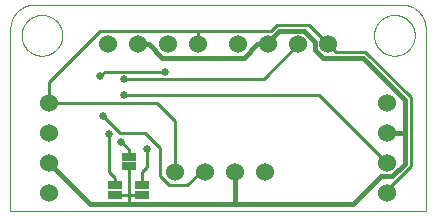
<source format=gtl>
G75*
%MOIN*%
%OFA0B0*%
%FSLAX25Y25*%
%IPPOS*%
%LPD*%
%AMOC8*
5,1,8,0,0,1.08239X$1,22.5*
%
%ADD10C,0.00000*%
%ADD11C,0.06000*%
%ADD12R,0.05000X0.02500*%
%ADD13C,0.01000*%
%ADD14C,0.02578*%
%ADD15C,0.01600*%
D10*
X0001045Y0015079D02*
X0001045Y0075906D01*
X0001047Y0076096D01*
X0001054Y0076286D01*
X0001066Y0076476D01*
X0001082Y0076666D01*
X0001102Y0076855D01*
X0001128Y0077044D01*
X0001157Y0077232D01*
X0001192Y0077419D01*
X0001231Y0077605D01*
X0001274Y0077790D01*
X0001322Y0077975D01*
X0001374Y0078158D01*
X0001430Y0078339D01*
X0001491Y0078519D01*
X0001557Y0078698D01*
X0001626Y0078875D01*
X0001700Y0079051D01*
X0001778Y0079224D01*
X0001861Y0079396D01*
X0001947Y0079565D01*
X0002037Y0079733D01*
X0002132Y0079898D01*
X0002230Y0080061D01*
X0002333Y0080221D01*
X0002439Y0080379D01*
X0002549Y0080534D01*
X0002662Y0080687D01*
X0002780Y0080837D01*
X0002901Y0080983D01*
X0003025Y0081127D01*
X0003153Y0081268D01*
X0003284Y0081406D01*
X0003419Y0081541D01*
X0003557Y0081672D01*
X0003698Y0081800D01*
X0003842Y0081924D01*
X0003988Y0082045D01*
X0004138Y0082163D01*
X0004291Y0082276D01*
X0004446Y0082386D01*
X0004604Y0082492D01*
X0004764Y0082595D01*
X0004927Y0082693D01*
X0005092Y0082788D01*
X0005260Y0082878D01*
X0005429Y0082964D01*
X0005601Y0083047D01*
X0005774Y0083125D01*
X0005950Y0083199D01*
X0006127Y0083268D01*
X0006306Y0083334D01*
X0006486Y0083395D01*
X0006667Y0083451D01*
X0006850Y0083503D01*
X0007035Y0083551D01*
X0007220Y0083594D01*
X0007406Y0083633D01*
X0007593Y0083668D01*
X0007781Y0083697D01*
X0007970Y0083723D01*
X0008159Y0083743D01*
X0008349Y0083759D01*
X0008539Y0083771D01*
X0008729Y0083778D01*
X0008919Y0083780D01*
X0131593Y0083780D01*
X0131783Y0083778D01*
X0131973Y0083771D01*
X0132163Y0083759D01*
X0132353Y0083743D01*
X0132542Y0083723D01*
X0132731Y0083697D01*
X0132919Y0083668D01*
X0133106Y0083633D01*
X0133292Y0083594D01*
X0133477Y0083551D01*
X0133662Y0083503D01*
X0133845Y0083451D01*
X0134026Y0083395D01*
X0134206Y0083334D01*
X0134385Y0083268D01*
X0134562Y0083199D01*
X0134738Y0083125D01*
X0134911Y0083047D01*
X0135083Y0082964D01*
X0135252Y0082878D01*
X0135420Y0082788D01*
X0135585Y0082693D01*
X0135748Y0082595D01*
X0135908Y0082492D01*
X0136066Y0082386D01*
X0136221Y0082276D01*
X0136374Y0082163D01*
X0136524Y0082045D01*
X0136670Y0081924D01*
X0136814Y0081800D01*
X0136955Y0081672D01*
X0137093Y0081541D01*
X0137228Y0081406D01*
X0137359Y0081268D01*
X0137487Y0081127D01*
X0137611Y0080983D01*
X0137732Y0080837D01*
X0137850Y0080687D01*
X0137963Y0080534D01*
X0138073Y0080379D01*
X0138179Y0080221D01*
X0138282Y0080061D01*
X0138380Y0079898D01*
X0138475Y0079733D01*
X0138565Y0079565D01*
X0138651Y0079396D01*
X0138734Y0079224D01*
X0138812Y0079051D01*
X0138886Y0078875D01*
X0138955Y0078698D01*
X0139021Y0078519D01*
X0139082Y0078339D01*
X0139138Y0078158D01*
X0139190Y0077975D01*
X0139238Y0077790D01*
X0139281Y0077605D01*
X0139320Y0077419D01*
X0139355Y0077232D01*
X0139384Y0077044D01*
X0139410Y0076855D01*
X0139430Y0076666D01*
X0139446Y0076476D01*
X0139458Y0076286D01*
X0139465Y0076096D01*
X0139467Y0075906D01*
X0139467Y0015079D01*
X0001045Y0015079D01*
X0004754Y0073579D02*
X0004756Y0073746D01*
X0004762Y0073912D01*
X0004772Y0074079D01*
X0004787Y0074245D01*
X0004805Y0074410D01*
X0004828Y0074575D01*
X0004854Y0074740D01*
X0004884Y0074904D01*
X0004919Y0075067D01*
X0004958Y0075229D01*
X0005000Y0075390D01*
X0005046Y0075550D01*
X0005097Y0075709D01*
X0005151Y0075867D01*
X0005209Y0076023D01*
X0005271Y0076178D01*
X0005337Y0076331D01*
X0005406Y0076483D01*
X0005479Y0076632D01*
X0005556Y0076780D01*
X0005636Y0076926D01*
X0005720Y0077070D01*
X0005808Y0077212D01*
X0005898Y0077352D01*
X0005993Y0077489D01*
X0006090Y0077624D01*
X0006191Y0077757D01*
X0006295Y0077887D01*
X0006403Y0078015D01*
X0006513Y0078140D01*
X0006627Y0078262D01*
X0006743Y0078381D01*
X0006862Y0078497D01*
X0006984Y0078611D01*
X0007109Y0078721D01*
X0007237Y0078829D01*
X0007367Y0078933D01*
X0007500Y0079034D01*
X0007635Y0079131D01*
X0007772Y0079226D01*
X0007912Y0079316D01*
X0008054Y0079404D01*
X0008198Y0079488D01*
X0008344Y0079568D01*
X0008492Y0079645D01*
X0008641Y0079718D01*
X0008793Y0079787D01*
X0008946Y0079853D01*
X0009101Y0079915D01*
X0009257Y0079973D01*
X0009415Y0080027D01*
X0009574Y0080078D01*
X0009734Y0080124D01*
X0009895Y0080166D01*
X0010057Y0080205D01*
X0010220Y0080240D01*
X0010384Y0080270D01*
X0010549Y0080296D01*
X0010714Y0080319D01*
X0010879Y0080337D01*
X0011045Y0080352D01*
X0011212Y0080362D01*
X0011378Y0080368D01*
X0011545Y0080370D01*
X0011712Y0080368D01*
X0011878Y0080362D01*
X0012045Y0080352D01*
X0012211Y0080337D01*
X0012376Y0080319D01*
X0012541Y0080296D01*
X0012706Y0080270D01*
X0012870Y0080240D01*
X0013033Y0080205D01*
X0013195Y0080166D01*
X0013356Y0080124D01*
X0013516Y0080078D01*
X0013675Y0080027D01*
X0013833Y0079973D01*
X0013989Y0079915D01*
X0014144Y0079853D01*
X0014297Y0079787D01*
X0014449Y0079718D01*
X0014598Y0079645D01*
X0014746Y0079568D01*
X0014892Y0079488D01*
X0015036Y0079404D01*
X0015178Y0079316D01*
X0015318Y0079226D01*
X0015455Y0079131D01*
X0015590Y0079034D01*
X0015723Y0078933D01*
X0015853Y0078829D01*
X0015981Y0078721D01*
X0016106Y0078611D01*
X0016228Y0078497D01*
X0016347Y0078381D01*
X0016463Y0078262D01*
X0016577Y0078140D01*
X0016687Y0078015D01*
X0016795Y0077887D01*
X0016899Y0077757D01*
X0017000Y0077624D01*
X0017097Y0077489D01*
X0017192Y0077352D01*
X0017282Y0077212D01*
X0017370Y0077070D01*
X0017454Y0076926D01*
X0017534Y0076780D01*
X0017611Y0076632D01*
X0017684Y0076483D01*
X0017753Y0076331D01*
X0017819Y0076178D01*
X0017881Y0076023D01*
X0017939Y0075867D01*
X0017993Y0075709D01*
X0018044Y0075550D01*
X0018090Y0075390D01*
X0018132Y0075229D01*
X0018171Y0075067D01*
X0018206Y0074904D01*
X0018236Y0074740D01*
X0018262Y0074575D01*
X0018285Y0074410D01*
X0018303Y0074245D01*
X0018318Y0074079D01*
X0018328Y0073912D01*
X0018334Y0073746D01*
X0018336Y0073579D01*
X0018334Y0073412D01*
X0018328Y0073246D01*
X0018318Y0073079D01*
X0018303Y0072913D01*
X0018285Y0072748D01*
X0018262Y0072583D01*
X0018236Y0072418D01*
X0018206Y0072254D01*
X0018171Y0072091D01*
X0018132Y0071929D01*
X0018090Y0071768D01*
X0018044Y0071608D01*
X0017993Y0071449D01*
X0017939Y0071291D01*
X0017881Y0071135D01*
X0017819Y0070980D01*
X0017753Y0070827D01*
X0017684Y0070675D01*
X0017611Y0070526D01*
X0017534Y0070378D01*
X0017454Y0070232D01*
X0017370Y0070088D01*
X0017282Y0069946D01*
X0017192Y0069806D01*
X0017097Y0069669D01*
X0017000Y0069534D01*
X0016899Y0069401D01*
X0016795Y0069271D01*
X0016687Y0069143D01*
X0016577Y0069018D01*
X0016463Y0068896D01*
X0016347Y0068777D01*
X0016228Y0068661D01*
X0016106Y0068547D01*
X0015981Y0068437D01*
X0015853Y0068329D01*
X0015723Y0068225D01*
X0015590Y0068124D01*
X0015455Y0068027D01*
X0015318Y0067932D01*
X0015178Y0067842D01*
X0015036Y0067754D01*
X0014892Y0067670D01*
X0014746Y0067590D01*
X0014598Y0067513D01*
X0014449Y0067440D01*
X0014297Y0067371D01*
X0014144Y0067305D01*
X0013989Y0067243D01*
X0013833Y0067185D01*
X0013675Y0067131D01*
X0013516Y0067080D01*
X0013356Y0067034D01*
X0013195Y0066992D01*
X0013033Y0066953D01*
X0012870Y0066918D01*
X0012706Y0066888D01*
X0012541Y0066862D01*
X0012376Y0066839D01*
X0012211Y0066821D01*
X0012045Y0066806D01*
X0011878Y0066796D01*
X0011712Y0066790D01*
X0011545Y0066788D01*
X0011378Y0066790D01*
X0011212Y0066796D01*
X0011045Y0066806D01*
X0010879Y0066821D01*
X0010714Y0066839D01*
X0010549Y0066862D01*
X0010384Y0066888D01*
X0010220Y0066918D01*
X0010057Y0066953D01*
X0009895Y0066992D01*
X0009734Y0067034D01*
X0009574Y0067080D01*
X0009415Y0067131D01*
X0009257Y0067185D01*
X0009101Y0067243D01*
X0008946Y0067305D01*
X0008793Y0067371D01*
X0008641Y0067440D01*
X0008492Y0067513D01*
X0008344Y0067590D01*
X0008198Y0067670D01*
X0008054Y0067754D01*
X0007912Y0067842D01*
X0007772Y0067932D01*
X0007635Y0068027D01*
X0007500Y0068124D01*
X0007367Y0068225D01*
X0007237Y0068329D01*
X0007109Y0068437D01*
X0006984Y0068547D01*
X0006862Y0068661D01*
X0006743Y0068777D01*
X0006627Y0068896D01*
X0006513Y0069018D01*
X0006403Y0069143D01*
X0006295Y0069271D01*
X0006191Y0069401D01*
X0006090Y0069534D01*
X0005993Y0069669D01*
X0005898Y0069806D01*
X0005808Y0069946D01*
X0005720Y0070088D01*
X0005636Y0070232D01*
X0005556Y0070378D01*
X0005479Y0070526D01*
X0005406Y0070675D01*
X0005337Y0070827D01*
X0005271Y0070980D01*
X0005209Y0071135D01*
X0005151Y0071291D01*
X0005097Y0071449D01*
X0005046Y0071608D01*
X0005000Y0071768D01*
X0004958Y0071929D01*
X0004919Y0072091D01*
X0004884Y0072254D01*
X0004854Y0072418D01*
X0004828Y0072583D01*
X0004805Y0072748D01*
X0004787Y0072913D01*
X0004772Y0073079D01*
X0004762Y0073246D01*
X0004756Y0073412D01*
X0004754Y0073579D01*
X0122254Y0073579D02*
X0122256Y0073746D01*
X0122262Y0073912D01*
X0122272Y0074079D01*
X0122287Y0074245D01*
X0122305Y0074410D01*
X0122328Y0074575D01*
X0122354Y0074740D01*
X0122384Y0074904D01*
X0122419Y0075067D01*
X0122458Y0075229D01*
X0122500Y0075390D01*
X0122546Y0075550D01*
X0122597Y0075709D01*
X0122651Y0075867D01*
X0122709Y0076023D01*
X0122771Y0076178D01*
X0122837Y0076331D01*
X0122906Y0076483D01*
X0122979Y0076632D01*
X0123056Y0076780D01*
X0123136Y0076926D01*
X0123220Y0077070D01*
X0123308Y0077212D01*
X0123398Y0077352D01*
X0123493Y0077489D01*
X0123590Y0077624D01*
X0123691Y0077757D01*
X0123795Y0077887D01*
X0123903Y0078015D01*
X0124013Y0078140D01*
X0124127Y0078262D01*
X0124243Y0078381D01*
X0124362Y0078497D01*
X0124484Y0078611D01*
X0124609Y0078721D01*
X0124737Y0078829D01*
X0124867Y0078933D01*
X0125000Y0079034D01*
X0125135Y0079131D01*
X0125272Y0079226D01*
X0125412Y0079316D01*
X0125554Y0079404D01*
X0125698Y0079488D01*
X0125844Y0079568D01*
X0125992Y0079645D01*
X0126141Y0079718D01*
X0126293Y0079787D01*
X0126446Y0079853D01*
X0126601Y0079915D01*
X0126757Y0079973D01*
X0126915Y0080027D01*
X0127074Y0080078D01*
X0127234Y0080124D01*
X0127395Y0080166D01*
X0127557Y0080205D01*
X0127720Y0080240D01*
X0127884Y0080270D01*
X0128049Y0080296D01*
X0128214Y0080319D01*
X0128379Y0080337D01*
X0128545Y0080352D01*
X0128712Y0080362D01*
X0128878Y0080368D01*
X0129045Y0080370D01*
X0129212Y0080368D01*
X0129378Y0080362D01*
X0129545Y0080352D01*
X0129711Y0080337D01*
X0129876Y0080319D01*
X0130041Y0080296D01*
X0130206Y0080270D01*
X0130370Y0080240D01*
X0130533Y0080205D01*
X0130695Y0080166D01*
X0130856Y0080124D01*
X0131016Y0080078D01*
X0131175Y0080027D01*
X0131333Y0079973D01*
X0131489Y0079915D01*
X0131644Y0079853D01*
X0131797Y0079787D01*
X0131949Y0079718D01*
X0132098Y0079645D01*
X0132246Y0079568D01*
X0132392Y0079488D01*
X0132536Y0079404D01*
X0132678Y0079316D01*
X0132818Y0079226D01*
X0132955Y0079131D01*
X0133090Y0079034D01*
X0133223Y0078933D01*
X0133353Y0078829D01*
X0133481Y0078721D01*
X0133606Y0078611D01*
X0133728Y0078497D01*
X0133847Y0078381D01*
X0133963Y0078262D01*
X0134077Y0078140D01*
X0134187Y0078015D01*
X0134295Y0077887D01*
X0134399Y0077757D01*
X0134500Y0077624D01*
X0134597Y0077489D01*
X0134692Y0077352D01*
X0134782Y0077212D01*
X0134870Y0077070D01*
X0134954Y0076926D01*
X0135034Y0076780D01*
X0135111Y0076632D01*
X0135184Y0076483D01*
X0135253Y0076331D01*
X0135319Y0076178D01*
X0135381Y0076023D01*
X0135439Y0075867D01*
X0135493Y0075709D01*
X0135544Y0075550D01*
X0135590Y0075390D01*
X0135632Y0075229D01*
X0135671Y0075067D01*
X0135706Y0074904D01*
X0135736Y0074740D01*
X0135762Y0074575D01*
X0135785Y0074410D01*
X0135803Y0074245D01*
X0135818Y0074079D01*
X0135828Y0073912D01*
X0135834Y0073746D01*
X0135836Y0073579D01*
X0135834Y0073412D01*
X0135828Y0073246D01*
X0135818Y0073079D01*
X0135803Y0072913D01*
X0135785Y0072748D01*
X0135762Y0072583D01*
X0135736Y0072418D01*
X0135706Y0072254D01*
X0135671Y0072091D01*
X0135632Y0071929D01*
X0135590Y0071768D01*
X0135544Y0071608D01*
X0135493Y0071449D01*
X0135439Y0071291D01*
X0135381Y0071135D01*
X0135319Y0070980D01*
X0135253Y0070827D01*
X0135184Y0070675D01*
X0135111Y0070526D01*
X0135034Y0070378D01*
X0134954Y0070232D01*
X0134870Y0070088D01*
X0134782Y0069946D01*
X0134692Y0069806D01*
X0134597Y0069669D01*
X0134500Y0069534D01*
X0134399Y0069401D01*
X0134295Y0069271D01*
X0134187Y0069143D01*
X0134077Y0069018D01*
X0133963Y0068896D01*
X0133847Y0068777D01*
X0133728Y0068661D01*
X0133606Y0068547D01*
X0133481Y0068437D01*
X0133353Y0068329D01*
X0133223Y0068225D01*
X0133090Y0068124D01*
X0132955Y0068027D01*
X0132818Y0067932D01*
X0132678Y0067842D01*
X0132536Y0067754D01*
X0132392Y0067670D01*
X0132246Y0067590D01*
X0132098Y0067513D01*
X0131949Y0067440D01*
X0131797Y0067371D01*
X0131644Y0067305D01*
X0131489Y0067243D01*
X0131333Y0067185D01*
X0131175Y0067131D01*
X0131016Y0067080D01*
X0130856Y0067034D01*
X0130695Y0066992D01*
X0130533Y0066953D01*
X0130370Y0066918D01*
X0130206Y0066888D01*
X0130041Y0066862D01*
X0129876Y0066839D01*
X0129711Y0066821D01*
X0129545Y0066806D01*
X0129378Y0066796D01*
X0129212Y0066790D01*
X0129045Y0066788D01*
X0128878Y0066790D01*
X0128712Y0066796D01*
X0128545Y0066806D01*
X0128379Y0066821D01*
X0128214Y0066839D01*
X0128049Y0066862D01*
X0127884Y0066888D01*
X0127720Y0066918D01*
X0127557Y0066953D01*
X0127395Y0066992D01*
X0127234Y0067034D01*
X0127074Y0067080D01*
X0126915Y0067131D01*
X0126757Y0067185D01*
X0126601Y0067243D01*
X0126446Y0067305D01*
X0126293Y0067371D01*
X0126141Y0067440D01*
X0125992Y0067513D01*
X0125844Y0067590D01*
X0125698Y0067670D01*
X0125554Y0067754D01*
X0125412Y0067842D01*
X0125272Y0067932D01*
X0125135Y0068027D01*
X0125000Y0068124D01*
X0124867Y0068225D01*
X0124737Y0068329D01*
X0124609Y0068437D01*
X0124484Y0068547D01*
X0124362Y0068661D01*
X0124243Y0068777D01*
X0124127Y0068896D01*
X0124013Y0069018D01*
X0123903Y0069143D01*
X0123795Y0069271D01*
X0123691Y0069401D01*
X0123590Y0069534D01*
X0123493Y0069669D01*
X0123398Y0069806D01*
X0123308Y0069946D01*
X0123220Y0070088D01*
X0123136Y0070232D01*
X0123056Y0070378D01*
X0122979Y0070526D01*
X0122906Y0070675D01*
X0122837Y0070827D01*
X0122771Y0070980D01*
X0122709Y0071135D01*
X0122651Y0071291D01*
X0122597Y0071449D01*
X0122546Y0071608D01*
X0122500Y0071768D01*
X0122458Y0071929D01*
X0122419Y0072091D01*
X0122384Y0072254D01*
X0122354Y0072418D01*
X0122328Y0072583D01*
X0122305Y0072748D01*
X0122287Y0072913D01*
X0122272Y0073079D01*
X0122262Y0073246D01*
X0122256Y0073412D01*
X0122254Y0073579D01*
D11*
X0107045Y0070579D03*
X0097045Y0070579D03*
X0087045Y0070579D03*
X0077045Y0070579D03*
X0063545Y0070579D03*
X0053545Y0070579D03*
X0043545Y0070579D03*
X0033545Y0070579D03*
X0014045Y0051079D03*
X0014045Y0041079D03*
X0014045Y0031079D03*
X0014045Y0021079D03*
X0056045Y0028079D03*
X0066045Y0028079D03*
X0076045Y0028079D03*
X0086045Y0028079D03*
X0126545Y0031079D03*
X0126545Y0021079D03*
X0126545Y0041079D03*
X0126545Y0051079D03*
D12*
X0045045Y0023679D03*
X0045045Y0020479D03*
X0036045Y0020479D03*
X0036045Y0023679D03*
X0040545Y0029979D03*
X0040545Y0033179D03*
D13*
X0040545Y0035690D01*
X0038045Y0038190D01*
X0037545Y0041079D02*
X0046045Y0041079D01*
X0051045Y0036079D01*
X0051045Y0026579D01*
X0054045Y0023579D01*
X0060045Y0023579D01*
X0064545Y0028079D01*
X0066045Y0028079D01*
X0056045Y0028079D02*
X0056045Y0045079D01*
X0050045Y0051079D01*
X0046045Y0051079D01*
X0014045Y0051079D01*
X0014045Y0058079D01*
X0031045Y0075079D01*
X0063545Y0075079D01*
X0087858Y0075079D01*
X0089758Y0076979D01*
X0100645Y0076979D01*
X0107045Y0070579D01*
X0109545Y0068079D01*
X0119232Y0068079D01*
X0134445Y0052866D01*
X0134445Y0030070D01*
X0126545Y0022170D01*
X0126545Y0021079D01*
X0126545Y0031079D02*
X0104045Y0053579D01*
X0039045Y0053579D01*
X0039045Y0059079D02*
X0085545Y0059079D01*
X0097045Y0070579D01*
X0063545Y0070579D02*
X0063545Y0075079D01*
X0052485Y0061519D02*
X0032485Y0061519D01*
X0031045Y0060079D01*
X0032045Y0046579D02*
X0037545Y0041079D01*
X0034045Y0040579D02*
X0034045Y0028079D01*
X0036045Y0026079D01*
X0036045Y0023679D01*
X0036045Y0020479D02*
X0040545Y0020479D01*
X0040545Y0017879D01*
X0040045Y0017379D01*
X0040545Y0020479D02*
X0040545Y0029979D01*
X0045045Y0028079D02*
X0045045Y0023679D01*
X0045045Y0020479D02*
X0040545Y0020479D01*
X0045045Y0028079D02*
X0046545Y0029579D01*
X0046545Y0035802D01*
D14*
X0046545Y0035802D03*
X0038045Y0038190D03*
X0034045Y0040579D03*
X0032045Y0046579D03*
X0039045Y0053579D03*
X0039045Y0059079D03*
X0031045Y0060079D03*
X0052485Y0061519D03*
D15*
X0051723Y0066179D02*
X0078868Y0066179D01*
X0083268Y0070579D01*
X0086045Y0070579D01*
X0090545Y0075079D01*
X0099045Y0075079D01*
X0102645Y0071479D01*
X0102645Y0068757D01*
X0105223Y0066179D01*
X0118445Y0066179D01*
X0132545Y0052079D01*
X0132545Y0041079D01*
X0126545Y0041079D01*
X0132545Y0041079D02*
X0132545Y0030857D01*
X0128368Y0026679D01*
X0124645Y0026679D01*
X0115345Y0017379D01*
X0076045Y0017379D01*
X0040045Y0017379D01*
X0027745Y0017379D01*
X0014045Y0031079D01*
X0051723Y0066179D02*
X0047323Y0070579D01*
X0043545Y0070579D01*
X0086045Y0070579D02*
X0087045Y0070579D01*
X0076045Y0028079D02*
X0076045Y0017379D01*
M02*

</source>
